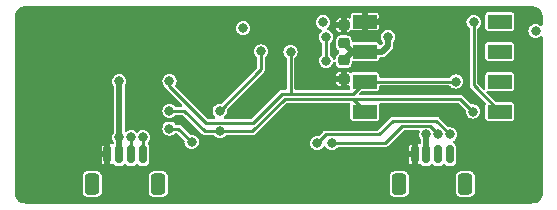
<source format=gbr>
%TF.GenerationSoftware,KiCad,Pcbnew,6.0.10-86aedd382b~118~ubuntu22.04.1*%
%TF.CreationDate,2023-03-06T18:26:28-08:00*%
%TF.ProjectId,pressure-qwiic-3,70726573-7375-4726-952d-71776969632d,rev?*%
%TF.SameCoordinates,Original*%
%TF.FileFunction,Copper,L1,Top*%
%TF.FilePolarity,Positive*%
%FSLAX46Y46*%
G04 Gerber Fmt 4.6, Leading zero omitted, Abs format (unit mm)*
G04 Created by KiCad (PCBNEW 6.0.10-86aedd382b~118~ubuntu22.04.1) date 2023-03-06 18:26:28*
%MOMM*%
%LPD*%
G01*
G04 APERTURE LIST*
G04 Aperture macros list*
%AMRoundRect*
0 Rectangle with rounded corners*
0 $1 Rounding radius*
0 $2 $3 $4 $5 $6 $7 $8 $9 X,Y pos of 4 corners*
0 Add a 4 corners polygon primitive as box body*
4,1,4,$2,$3,$4,$5,$6,$7,$8,$9,$2,$3,0*
0 Add four circle primitives for the rounded corners*
1,1,$1+$1,$2,$3*
1,1,$1+$1,$4,$5*
1,1,$1+$1,$6,$7*
1,1,$1+$1,$8,$9*
0 Add four rect primitives between the rounded corners*
20,1,$1+$1,$2,$3,$4,$5,0*
20,1,$1+$1,$4,$5,$6,$7,0*
20,1,$1+$1,$6,$7,$8,$9,0*
20,1,$1+$1,$8,$9,$2,$3,0*%
G04 Aperture macros list end*
%TA.AperFunction,SMDPad,CuDef*%
%ADD10RoundRect,0.150000X0.150000X0.625000X-0.150000X0.625000X-0.150000X-0.625000X0.150000X-0.625000X0*%
%TD*%
%TA.AperFunction,SMDPad,CuDef*%
%ADD11RoundRect,0.250000X0.350000X0.650000X-0.350000X0.650000X-0.350000X-0.650000X0.350000X-0.650000X0*%
%TD*%
%TA.AperFunction,SMDPad,CuDef*%
%ADD12R,2.032000X1.143000*%
%TD*%
%TA.AperFunction,SMDPad,CuDef*%
%ADD13RoundRect,0.225000X-0.250000X0.225000X-0.250000X-0.225000X0.250000X-0.225000X0.250000X0.225000X0*%
%TD*%
%TA.AperFunction,SMDPad,CuDef*%
%ADD14RoundRect,0.225000X0.250000X-0.225000X0.250000X0.225000X-0.250000X0.225000X-0.250000X-0.225000X0*%
%TD*%
%TA.AperFunction,ViaPad*%
%ADD15C,0.800000*%
%TD*%
%TA.AperFunction,Conductor*%
%ADD16C,0.500000*%
%TD*%
%TA.AperFunction,Conductor*%
%ADD17C,0.250000*%
%TD*%
G04 APERTURE END LIST*
D10*
%TO.P,J4,1,Pin_1*%
%TO.N,/SCL*%
X14500000Y-12675000D03*
%TO.P,J4,2,Pin_2*%
%TO.N,/SDA*%
X13500000Y-12675000D03*
%TO.P,J4,3,Pin_3*%
%TO.N,+3V3*%
X12500000Y-12675000D03*
%TO.P,J4,4,Pin_4*%
%TO.N,GND*%
X11500000Y-12675000D03*
D11*
%TO.P,J4,MP*%
%TO.N,N/C*%
X10200000Y-15200000D03*
X15800000Y-15200000D03*
%TD*%
D12*
%TO.P,U1,1,GND*%
%TO.N,GND*%
X7284000Y-1440000D03*
%TO.P,U1,2,VCC*%
%TO.N,+3V3*%
X7284000Y-3980000D03*
%TO.P,U1,3,MISO*%
%TO.N,/MISO*%
X7284000Y-6520000D03*
%TO.P,U1,4,SCLK*%
%TO.N,/SCLK*%
X7284000Y-9060000D03*
%TO.P,U1,5,SS*%
%TO.N,/!CS0*%
X18716000Y-9060000D03*
%TO.P,U1,6*%
%TO.N,N/C*%
X18716000Y-6520000D03*
%TO.P,U1,7*%
X18716000Y-3980000D03*
%TO.P,U1,8*%
X18716000Y-1440000D03*
%TD*%
D10*
%TO.P,J3,1,Pin_1*%
%TO.N,/SCL*%
X-11500000Y-12675000D03*
%TO.P,J3,2,Pin_2*%
%TO.N,/SDA*%
X-12500000Y-12675000D03*
%TO.P,J3,3,Pin_3*%
%TO.N,+3V3*%
X-13500000Y-12675000D03*
%TO.P,J3,4,Pin_4*%
%TO.N,GND*%
X-14500000Y-12675000D03*
D11*
%TO.P,J3,MP*%
%TO.N,N/C*%
X-15800000Y-15200000D03*
X-10200000Y-15200000D03*
%TD*%
D13*
%TO.P,C11,1*%
%TO.N,+3V3*%
X5500000Y-4725000D03*
%TO.P,C11,2*%
%TO.N,GND*%
X5500000Y-6275000D03*
%TD*%
D14*
%TO.P,C12,1*%
%TO.N,+3V3*%
X5500000Y-3275000D03*
%TO.P,C12,2*%
%TO.N,GND*%
X5500000Y-1725000D03*
%TD*%
D15*
%TO.N,+3V3*%
X3750000Y-1500000D03*
X12500000Y-11000000D03*
X21750000Y-2250000D03*
X-13500000Y-6500000D03*
X9250000Y-2750000D03*
X-13500000Y-11250000D03*
%TO.N,/!CS1*%
X4000000Y-2750000D03*
X4000000Y-4750000D03*
%TO.N,/MISO*%
X1000000Y-4000000D03*
X-9250000Y-6500000D03*
X15000000Y-6520000D03*
%TO.N,/SCLK*%
X-9250000Y-9000000D03*
X-1500000Y-3975000D03*
X-5000000Y-10724500D03*
X16440000Y-9060000D03*
X-5000000Y-9000000D03*
%TO.N,/!CS0*%
X16500000Y-1500000D03*
X-3000000Y-2000000D03*
X-3000000Y-2000000D03*
%TO.N,/SCL*%
X-11500000Y-11250000D03*
X14500000Y-11000000D03*
X3250000Y-11750000D03*
%TO.N,/SDA*%
X4500000Y-11750000D03*
X-7375000Y-11625000D03*
X-12500000Y-11250000D03*
X-9250000Y-10500000D03*
X13500000Y-11000000D03*
%TD*%
D16*
%TO.N,+3V3*%
X7284000Y-3980000D02*
X6205000Y-3980000D01*
X12500000Y-11000000D02*
X12500000Y-12675000D01*
X9250000Y-2750000D02*
X9250000Y-3500000D01*
X7284000Y-3980000D02*
X6245000Y-3980000D01*
X9250000Y-3500000D02*
X8770000Y-3980000D01*
X-13500000Y-11250000D02*
X-13500000Y-12675000D01*
X6205000Y-3980000D02*
X5500000Y-3275000D01*
X6245000Y-3980000D02*
X5500000Y-4725000D01*
X8770000Y-3980000D02*
X7284000Y-3980000D01*
X-13500000Y-6500000D02*
X-13500000Y-11250000D01*
D17*
%TO.N,/!CS1*%
X4000000Y-2750000D02*
X4000000Y-4750000D01*
%TO.N,/MISO*%
X7284000Y-6520000D02*
X6254000Y-7550000D01*
X313604Y-7550000D02*
X-2136396Y-10000000D01*
X15000000Y-6520000D02*
X7284000Y-6520000D01*
X-9250000Y-6931802D02*
X-9250000Y-6500000D01*
X-6181802Y-10000000D02*
X-9250000Y-6931802D01*
X-2136396Y-10000000D02*
X-6181802Y-10000000D01*
X6254000Y-7550000D02*
X1000000Y-7550000D01*
X1000000Y-7550000D02*
X313604Y-7550000D01*
X1000000Y-4000000D02*
X1000000Y-7550000D01*
%TO.N,/SCLK*%
X6250000Y-8000000D02*
X7284000Y-9034000D01*
X-5000000Y-9000000D02*
X-1500000Y-5500000D01*
X-2250000Y-10750000D02*
X500000Y-8000000D01*
X15380000Y-8000000D02*
X16440000Y-9060000D01*
X7284000Y-9034000D02*
X7284000Y-9060000D01*
X-1500000Y-5500000D02*
X-1500000Y-3975000D01*
X500000Y-8000000D02*
X6250000Y-8000000D01*
X-6275500Y-10724500D02*
X-8000000Y-9000000D01*
X-5000000Y-10724500D02*
X-6275500Y-10724500D01*
X6250000Y-8000000D02*
X15380000Y-8000000D01*
X-5000000Y-10724500D02*
X-4974500Y-10750000D01*
X-4974500Y-10750000D02*
X-2250000Y-10750000D01*
X-8000000Y-9000000D02*
X-9250000Y-9000000D01*
%TO.N,/!CS0*%
X16500000Y-1500000D02*
X16500000Y-6844000D01*
X16500000Y-6844000D02*
X18716000Y-9060000D01*
%TO.N,/SCL*%
X-11500000Y-11250000D02*
X-11500000Y-12675000D01*
X4000000Y-11000000D02*
X3250000Y-11750000D01*
X8500000Y-11000000D02*
X4000000Y-11000000D01*
X14500000Y-11000000D02*
X14500000Y-10974695D01*
X14500000Y-10974695D02*
X13350305Y-9825000D01*
X9675000Y-9825000D02*
X8500000Y-11000000D01*
X13350305Y-9825000D02*
X9675000Y-9825000D01*
%TO.N,/SDA*%
X13500000Y-10974695D02*
X12800305Y-10275000D01*
X10475000Y-10275000D02*
X9000000Y-11750000D01*
X12800305Y-10275000D02*
X10475000Y-10275000D01*
X9000000Y-11750000D02*
X4500000Y-11750000D01*
X-8500000Y-10500000D02*
X-9250000Y-10500000D01*
X13500000Y-11000000D02*
X13500000Y-10974695D01*
X-12500000Y-11250000D02*
X-12500000Y-12675000D01*
X-7375000Y-11625000D02*
X-8500000Y-10500000D01*
%TD*%
%TA.AperFunction,Conductor*%
%TO.N,GND*%
G36*
X21471315Y-151516D02*
G01*
X21483978Y-151516D01*
X21500000Y-155809D01*
X21514178Y-152010D01*
X21516478Y-152123D01*
X21653379Y-165607D01*
X21677596Y-170423D01*
X21813219Y-211563D01*
X21836033Y-221013D01*
X21961017Y-287820D01*
X21981549Y-301539D01*
X22019781Y-332916D01*
X22091094Y-391441D01*
X22108559Y-408906D01*
X22198459Y-518448D01*
X22212180Y-538983D01*
X22278985Y-663964D01*
X22278986Y-663965D01*
X22288437Y-686781D01*
X22329577Y-822404D01*
X22334393Y-846621D01*
X22341018Y-913878D01*
X22347877Y-983522D01*
X22347990Y-985822D01*
X22344191Y-1000000D01*
X22348484Y-1016022D01*
X22348484Y-1028685D01*
X22349500Y-1036402D01*
X22349500Y-1697595D01*
X22329498Y-1765716D01*
X22275842Y-1812209D01*
X22205568Y-1822313D01*
X22146796Y-1797558D01*
X22143737Y-1795211D01*
X22052841Y-1725464D01*
X21906762Y-1664956D01*
X21750000Y-1644318D01*
X21593238Y-1664956D01*
X21447159Y-1725464D01*
X21321718Y-1821718D01*
X21225464Y-1947159D01*
X21164956Y-2093238D01*
X21144318Y-2250000D01*
X21164956Y-2406762D01*
X21225464Y-2552841D01*
X21321718Y-2678282D01*
X21447159Y-2774536D01*
X21593238Y-2835044D01*
X21750000Y-2855682D01*
X21758188Y-2854604D01*
X21898574Y-2836122D01*
X21906762Y-2835044D01*
X22052841Y-2774536D01*
X22146796Y-2702442D01*
X22213017Y-2676842D01*
X22282565Y-2691107D01*
X22333361Y-2740708D01*
X22349500Y-2802405D01*
X22349500Y-15963598D01*
X22348484Y-15971315D01*
X22348484Y-15983978D01*
X22344191Y-16000000D01*
X22347990Y-16014178D01*
X22347877Y-16016478D01*
X22334394Y-16153376D01*
X22329577Y-16177596D01*
X22288438Y-16313216D01*
X22278987Y-16336033D01*
X22212184Y-16461012D01*
X22212182Y-16461015D01*
X22198459Y-16481552D01*
X22108559Y-16591094D01*
X22091094Y-16608559D01*
X22019781Y-16667084D01*
X21981549Y-16698461D01*
X21961017Y-16712180D01*
X21836033Y-16778987D01*
X21813219Y-16788437D01*
X21677596Y-16829577D01*
X21653379Y-16834393D01*
X21517012Y-16847824D01*
X21516478Y-16847877D01*
X21514178Y-16847990D01*
X21500000Y-16844191D01*
X21483978Y-16848484D01*
X21471315Y-16848484D01*
X21463598Y-16849500D01*
X-21463598Y-16849500D01*
X-21471315Y-16848484D01*
X-21483978Y-16848484D01*
X-21500000Y-16844191D01*
X-21514178Y-16847990D01*
X-21516478Y-16847877D01*
X-21517012Y-16847824D01*
X-21653379Y-16834393D01*
X-21677602Y-16829575D01*
X-21813216Y-16788437D01*
X-21836036Y-16778985D01*
X-21961012Y-16712184D01*
X-21981549Y-16698461D01*
X-22091094Y-16608560D01*
X-22108560Y-16591094D01*
X-22198461Y-16481549D01*
X-22212184Y-16461012D01*
X-22278985Y-16336036D01*
X-22288437Y-16313216D01*
X-22329575Y-16177602D01*
X-22334394Y-16153376D01*
X-22347877Y-16016478D01*
X-22347990Y-16014178D01*
X-22344191Y-16000000D01*
X-22348484Y-15983978D01*
X-22348484Y-15971315D01*
X-22349500Y-15963598D01*
X-22349500Y-15903834D01*
X-16600500Y-15903834D01*
X-16597519Y-15935369D01*
X-16552634Y-16063184D01*
X-16547042Y-16070754D01*
X-16547041Y-16070757D01*
X-16486017Y-16153376D01*
X-16472150Y-16172150D01*
X-16464579Y-16177742D01*
X-16370757Y-16247041D01*
X-16370754Y-16247042D01*
X-16363184Y-16252634D01*
X-16235369Y-16297519D01*
X-16227723Y-16298242D01*
X-16227722Y-16298242D01*
X-16221752Y-16298806D01*
X-16203834Y-16300500D01*
X-15396166Y-16300500D01*
X-15378248Y-16298806D01*
X-15372278Y-16298242D01*
X-15372277Y-16298242D01*
X-15364631Y-16297519D01*
X-15236816Y-16252634D01*
X-15229246Y-16247042D01*
X-15229243Y-16247041D01*
X-15135421Y-16177742D01*
X-15127850Y-16172150D01*
X-15113983Y-16153376D01*
X-15052959Y-16070757D01*
X-15052958Y-16070754D01*
X-15047366Y-16063184D01*
X-15002481Y-15935369D01*
X-14999500Y-15903834D01*
X-11000500Y-15903834D01*
X-10997519Y-15935369D01*
X-10952634Y-16063184D01*
X-10947042Y-16070754D01*
X-10947041Y-16070757D01*
X-10886017Y-16153376D01*
X-10872150Y-16172150D01*
X-10864579Y-16177742D01*
X-10770757Y-16247041D01*
X-10770754Y-16247042D01*
X-10763184Y-16252634D01*
X-10635369Y-16297519D01*
X-10627723Y-16298242D01*
X-10627722Y-16298242D01*
X-10621752Y-16298806D01*
X-10603834Y-16300500D01*
X-9796166Y-16300500D01*
X-9778248Y-16298806D01*
X-9772278Y-16298242D01*
X-9772277Y-16298242D01*
X-9764631Y-16297519D01*
X-9636816Y-16252634D01*
X-9629246Y-16247042D01*
X-9629243Y-16247041D01*
X-9535421Y-16177742D01*
X-9527850Y-16172150D01*
X-9513983Y-16153376D01*
X-9452959Y-16070757D01*
X-9452958Y-16070754D01*
X-9447366Y-16063184D01*
X-9402481Y-15935369D01*
X-9399500Y-15903834D01*
X9399500Y-15903834D01*
X9402481Y-15935369D01*
X9447366Y-16063184D01*
X9452958Y-16070754D01*
X9452959Y-16070757D01*
X9513983Y-16153376D01*
X9527850Y-16172150D01*
X9535421Y-16177742D01*
X9629243Y-16247041D01*
X9629246Y-16247042D01*
X9636816Y-16252634D01*
X9764631Y-16297519D01*
X9772277Y-16298242D01*
X9772278Y-16298242D01*
X9778248Y-16298806D01*
X9796166Y-16300500D01*
X10603834Y-16300500D01*
X10621752Y-16298806D01*
X10627722Y-16298242D01*
X10627723Y-16298242D01*
X10635369Y-16297519D01*
X10763184Y-16252634D01*
X10770754Y-16247042D01*
X10770757Y-16247041D01*
X10864579Y-16177742D01*
X10872150Y-16172150D01*
X10886017Y-16153376D01*
X10947041Y-16070757D01*
X10947042Y-16070754D01*
X10952634Y-16063184D01*
X10997519Y-15935369D01*
X11000500Y-15903834D01*
X14999500Y-15903834D01*
X15002481Y-15935369D01*
X15047366Y-16063184D01*
X15052958Y-16070754D01*
X15052959Y-16070757D01*
X15113983Y-16153376D01*
X15127850Y-16172150D01*
X15135421Y-16177742D01*
X15229243Y-16247041D01*
X15229246Y-16247042D01*
X15236816Y-16252634D01*
X15364631Y-16297519D01*
X15372277Y-16298242D01*
X15372278Y-16298242D01*
X15378248Y-16298806D01*
X15396166Y-16300500D01*
X16203834Y-16300500D01*
X16221752Y-16298806D01*
X16227722Y-16298242D01*
X16227723Y-16298242D01*
X16235369Y-16297519D01*
X16363184Y-16252634D01*
X16370754Y-16247042D01*
X16370757Y-16247041D01*
X16464579Y-16177742D01*
X16472150Y-16172150D01*
X16486017Y-16153376D01*
X16547041Y-16070757D01*
X16547042Y-16070754D01*
X16552634Y-16063184D01*
X16597519Y-15935369D01*
X16600500Y-15903834D01*
X16600500Y-14496166D01*
X16597519Y-14464631D01*
X16552634Y-14336816D01*
X16547042Y-14329246D01*
X16547041Y-14329243D01*
X16477742Y-14235421D01*
X16472150Y-14227850D01*
X16455206Y-14215335D01*
X16370757Y-14152959D01*
X16370754Y-14152958D01*
X16363184Y-14147366D01*
X16235369Y-14102481D01*
X16227723Y-14101758D01*
X16227722Y-14101758D01*
X16221752Y-14101194D01*
X16203834Y-14099500D01*
X15396166Y-14099500D01*
X15378248Y-14101194D01*
X15372278Y-14101758D01*
X15372277Y-14101758D01*
X15364631Y-14102481D01*
X15236816Y-14147366D01*
X15229246Y-14152958D01*
X15229243Y-14152959D01*
X15144794Y-14215335D01*
X15127850Y-14227850D01*
X15122258Y-14235421D01*
X15052959Y-14329243D01*
X15052958Y-14329246D01*
X15047366Y-14336816D01*
X15002481Y-14464631D01*
X14999500Y-14496166D01*
X14999500Y-15903834D01*
X11000500Y-15903834D01*
X11000500Y-14496166D01*
X10997519Y-14464631D01*
X10952634Y-14336816D01*
X10947042Y-14329246D01*
X10947041Y-14329243D01*
X10877742Y-14235421D01*
X10872150Y-14227850D01*
X10855206Y-14215335D01*
X10770757Y-14152959D01*
X10770754Y-14152958D01*
X10763184Y-14147366D01*
X10635369Y-14102481D01*
X10627723Y-14101758D01*
X10627722Y-14101758D01*
X10621752Y-14101194D01*
X10603834Y-14099500D01*
X9796166Y-14099500D01*
X9778248Y-14101194D01*
X9772278Y-14101758D01*
X9772277Y-14101758D01*
X9764631Y-14102481D01*
X9636816Y-14147366D01*
X9629246Y-14152958D01*
X9629243Y-14152959D01*
X9544794Y-14215335D01*
X9527850Y-14227850D01*
X9522258Y-14235421D01*
X9452959Y-14329243D01*
X9452958Y-14329246D01*
X9447366Y-14336816D01*
X9402481Y-14464631D01*
X9399500Y-14496166D01*
X9399500Y-15903834D01*
X-9399500Y-15903834D01*
X-9399500Y-14496166D01*
X-9402481Y-14464631D01*
X-9447366Y-14336816D01*
X-9452958Y-14329246D01*
X-9452959Y-14329243D01*
X-9522258Y-14235421D01*
X-9527850Y-14227850D01*
X-9544794Y-14215335D01*
X-9629243Y-14152959D01*
X-9629246Y-14152958D01*
X-9636816Y-14147366D01*
X-9764631Y-14102481D01*
X-9772277Y-14101758D01*
X-9772278Y-14101758D01*
X-9778248Y-14101194D01*
X-9796166Y-14099500D01*
X-10603834Y-14099500D01*
X-10621752Y-14101194D01*
X-10627722Y-14101758D01*
X-10627723Y-14101758D01*
X-10635369Y-14102481D01*
X-10763184Y-14147366D01*
X-10770754Y-14152958D01*
X-10770757Y-14152959D01*
X-10855206Y-14215335D01*
X-10872150Y-14227850D01*
X-10877742Y-14235421D01*
X-10947041Y-14329243D01*
X-10947042Y-14329246D01*
X-10952634Y-14336816D01*
X-10997519Y-14464631D01*
X-11000500Y-14496166D01*
X-11000500Y-15903834D01*
X-14999500Y-15903834D01*
X-14999500Y-14496166D01*
X-15002481Y-14464631D01*
X-15047366Y-14336816D01*
X-15052958Y-14329246D01*
X-15052959Y-14329243D01*
X-15122258Y-14235421D01*
X-15127850Y-14227850D01*
X-15144794Y-14215335D01*
X-15229243Y-14152959D01*
X-15229246Y-14152958D01*
X-15236816Y-14147366D01*
X-15364631Y-14102481D01*
X-15372277Y-14101758D01*
X-15372278Y-14101758D01*
X-15378248Y-14101194D01*
X-15396166Y-14099500D01*
X-16203834Y-14099500D01*
X-16221752Y-14101194D01*
X-16227722Y-14101758D01*
X-16227723Y-14101758D01*
X-16235369Y-14102481D01*
X-16363184Y-14147366D01*
X-16370754Y-14152958D01*
X-16370757Y-14152959D01*
X-16455206Y-14215335D01*
X-16472150Y-14227850D01*
X-16477742Y-14235421D01*
X-16547041Y-14329243D01*
X-16547042Y-14329246D01*
X-16552634Y-14336816D01*
X-16597519Y-14464631D01*
X-16600500Y-14496166D01*
X-16600500Y-15903834D01*
X-22349500Y-15903834D01*
X-22349500Y-13340840D01*
X-14950000Y-13340840D01*
X-14949558Y-13348286D01*
X-14948006Y-13361336D01*
X-14943048Y-13379374D01*
X-14906245Y-13462231D01*
X-14893287Y-13481085D01*
X-14830658Y-13543604D01*
X-14811787Y-13556526D01*
X-14770570Y-13574747D01*
X-14756587Y-13576585D01*
X-14754000Y-13572449D01*
X-14754000Y-13563995D01*
X-14246000Y-13563995D01*
X-14242027Y-13577526D01*
X-14237232Y-13578215D01*
X-14187766Y-13556243D01*
X-14168917Y-13543288D01*
X-14123629Y-13497922D01*
X-14061346Y-13463843D01*
X-13990526Y-13468846D01*
X-13939748Y-13507673D01*
X-13938932Y-13506855D01*
X-13931559Y-13514215D01*
X-13870921Y-13574747D01*
X-13856350Y-13589293D01*
X-13751518Y-13640536D01*
X-13721027Y-13644984D01*
X-13687744Y-13649840D01*
X-13687740Y-13649840D01*
X-13683218Y-13650500D01*
X-13316782Y-13650500D01*
X-13312232Y-13649830D01*
X-13312229Y-13649830D01*
X-13257574Y-13641784D01*
X-13257573Y-13641784D01*
X-13247888Y-13640358D01*
X-13153196Y-13593867D01*
X-13152493Y-13593522D01*
X-13152491Y-13593521D01*
X-13143145Y-13588932D01*
X-13117770Y-13563513D01*
X-13089196Y-13534889D01*
X-13026913Y-13500810D01*
X-12956093Y-13505813D01*
X-12911006Y-13534733D01*
X-12864095Y-13581562D01*
X-12856350Y-13589293D01*
X-12751518Y-13640536D01*
X-12721027Y-13644984D01*
X-12687744Y-13649840D01*
X-12687740Y-13649840D01*
X-12683218Y-13650500D01*
X-12316782Y-13650500D01*
X-12312232Y-13649830D01*
X-12312229Y-13649830D01*
X-12257574Y-13641784D01*
X-12257573Y-13641784D01*
X-12247888Y-13640358D01*
X-12153196Y-13593867D01*
X-12152493Y-13593522D01*
X-12152491Y-13593521D01*
X-12143145Y-13588932D01*
X-12117770Y-13563513D01*
X-12089196Y-13534889D01*
X-12026913Y-13500810D01*
X-11956093Y-13505813D01*
X-11911006Y-13534733D01*
X-11864095Y-13581562D01*
X-11856350Y-13589293D01*
X-11751518Y-13640536D01*
X-11721027Y-13644984D01*
X-11687744Y-13649840D01*
X-11687740Y-13649840D01*
X-11683218Y-13650500D01*
X-11316782Y-13650500D01*
X-11312232Y-13649830D01*
X-11312229Y-13649830D01*
X-11257574Y-13641784D01*
X-11257573Y-13641784D01*
X-11247888Y-13640358D01*
X-11153196Y-13593867D01*
X-11152493Y-13593522D01*
X-11152491Y-13593521D01*
X-11143145Y-13588932D01*
X-11089196Y-13534889D01*
X-11068065Y-13513721D01*
X-11068065Y-13513720D01*
X-11060707Y-13506350D01*
X-11009464Y-13401518D01*
X-11000612Y-13340840D01*
X11050000Y-13340840D01*
X11050442Y-13348286D01*
X11051994Y-13361336D01*
X11056952Y-13379374D01*
X11093755Y-13462231D01*
X11106713Y-13481085D01*
X11169342Y-13543604D01*
X11188213Y-13556526D01*
X11229430Y-13574747D01*
X11243413Y-13576585D01*
X11246000Y-13572449D01*
X11246000Y-12947115D01*
X11241525Y-12931876D01*
X11240135Y-12930671D01*
X11232452Y-12929000D01*
X11068115Y-12929000D01*
X11052876Y-12933475D01*
X11051671Y-12934865D01*
X11050000Y-12942548D01*
X11050000Y-13340840D01*
X-11000612Y-13340840D01*
X-10999500Y-13333218D01*
X-10999500Y-12402885D01*
X11050000Y-12402885D01*
X11054475Y-12418124D01*
X11055865Y-12419329D01*
X11063548Y-12421000D01*
X11227885Y-12421000D01*
X11243124Y-12416525D01*
X11244329Y-12415135D01*
X11246000Y-12407452D01*
X11246000Y-11786005D01*
X11242027Y-11772474D01*
X11237232Y-11771785D01*
X11187766Y-11793757D01*
X11168917Y-11806711D01*
X11106396Y-11869342D01*
X11093475Y-11888212D01*
X11056820Y-11971125D01*
X11051892Y-11989202D01*
X11050424Y-12001787D01*
X11050000Y-12009088D01*
X11050000Y-12402885D01*
X-10999500Y-12402885D01*
X-10999500Y-12016782D01*
X-11000632Y-12009088D01*
X-11008216Y-11957574D01*
X-11008216Y-11957573D01*
X-11009642Y-11947888D01*
X-11061068Y-11843145D01*
X-11068438Y-11835788D01*
X-11073984Y-11828041D01*
X-11097374Y-11761008D01*
X-11080810Y-11691971D01*
X-11071495Y-11677991D01*
X-11037116Y-11633188D01*
X-10975464Y-11552841D01*
X-10914956Y-11406762D01*
X-10894318Y-11250000D01*
X-10907979Y-11146236D01*
X-10913878Y-11101426D01*
X-10914956Y-11093238D01*
X-10975464Y-10947159D01*
X-11071718Y-10821718D01*
X-11197159Y-10725464D01*
X-11343238Y-10664956D01*
X-11500000Y-10644318D01*
X-11656762Y-10664956D01*
X-11802841Y-10725464D01*
X-11841659Y-10755250D01*
X-11923296Y-10817892D01*
X-11989517Y-10843492D01*
X-12059065Y-10829227D01*
X-12076704Y-10817892D01*
X-12158341Y-10755250D01*
X-12197159Y-10725464D01*
X-12343238Y-10664956D01*
X-12500000Y-10644318D01*
X-12656762Y-10664956D01*
X-12802841Y-10725464D01*
X-12809392Y-10730491D01*
X-12809397Y-10730494D01*
X-12846796Y-10759191D01*
X-12913016Y-10784792D01*
X-12982565Y-10770527D01*
X-13033361Y-10720926D01*
X-13049500Y-10659229D01*
X-13049500Y-10500000D01*
X-9855682Y-10500000D01*
X-9835044Y-10656762D01*
X-9774536Y-10802841D01*
X-9726095Y-10865971D01*
X-9683306Y-10921734D01*
X-9678282Y-10928282D01*
X-9671736Y-10933305D01*
X-9643737Y-10954789D01*
X-9552841Y-11024536D01*
X-9406762Y-11085044D01*
X-9250000Y-11105682D01*
X-9241812Y-11104604D01*
X-9101426Y-11086122D01*
X-9093238Y-11085044D01*
X-8947159Y-11024536D01*
X-8856263Y-10954789D01*
X-8828264Y-10933305D01*
X-8821718Y-10928282D01*
X-8816695Y-10921736D01*
X-8816693Y-10921734D01*
X-8783414Y-10878363D01*
X-8726077Y-10836495D01*
X-8655206Y-10832273D01*
X-8594355Y-10865971D01*
X-8007708Y-11452619D01*
X-7973683Y-11514931D01*
X-7971882Y-11558158D01*
X-7980682Y-11625000D01*
X-7979604Y-11633188D01*
X-7961357Y-11771785D01*
X-7960044Y-11781762D01*
X-7899536Y-11927841D01*
X-7803282Y-12053282D01*
X-7677841Y-12149536D01*
X-7531762Y-12210044D01*
X-7375000Y-12230682D01*
X-7366812Y-12229604D01*
X-7226426Y-12211122D01*
X-7218238Y-12210044D01*
X-7072159Y-12149536D01*
X-6946718Y-12053282D01*
X-6850464Y-11927841D01*
X-6789956Y-11781762D01*
X-6788642Y-11771785D01*
X-6785774Y-11750000D01*
X2644318Y-11750000D01*
X2645396Y-11758188D01*
X2655595Y-11835654D01*
X2664956Y-11906762D01*
X2725464Y-12052841D01*
X2821718Y-12178282D01*
X2947159Y-12274536D01*
X3093238Y-12335044D01*
X3250000Y-12355682D01*
X3258188Y-12354604D01*
X3398574Y-12336122D01*
X3406762Y-12335044D01*
X3552841Y-12274536D01*
X3678282Y-12178282D01*
X3774536Y-12052841D01*
X3777201Y-12054886D01*
X3817250Y-12016691D01*
X3886962Y-12003246D01*
X3952876Y-12029625D01*
X3973980Y-12053980D01*
X3975464Y-12052841D01*
X4071718Y-12178282D01*
X4197159Y-12274536D01*
X4343238Y-12335044D01*
X4500000Y-12355682D01*
X4508188Y-12354604D01*
X4648574Y-12336122D01*
X4656762Y-12335044D01*
X4802841Y-12274536D01*
X4928282Y-12178282D01*
X4950340Y-12149536D01*
X4969323Y-12124796D01*
X5026661Y-12082929D01*
X5069286Y-12075500D01*
X8980290Y-12075500D01*
X8991272Y-12075980D01*
X9017820Y-12078303D01*
X9017822Y-12078303D01*
X9028807Y-12079264D01*
X9065215Y-12069508D01*
X9075942Y-12067130D01*
X9079301Y-12066538D01*
X9113045Y-12060588D01*
X9122590Y-12055077D01*
X9125866Y-12053885D01*
X9129034Y-12052408D01*
X9139684Y-12049554D01*
X9170544Y-12027945D01*
X9179815Y-12022039D01*
X9202906Y-12008707D01*
X9212455Y-12003194D01*
X9236685Y-11974317D01*
X9244111Y-11966215D01*
X10572921Y-10637405D01*
X10635233Y-10603379D01*
X10662016Y-10600500D01*
X11826929Y-10600500D01*
X11895050Y-10620502D01*
X11941543Y-10674158D01*
X11951647Y-10744432D01*
X11943338Y-10774718D01*
X11914956Y-10843238D01*
X11894318Y-11000000D01*
X11914956Y-11156762D01*
X11975464Y-11302841D01*
X12000000Y-11334817D01*
X12023463Y-11365395D01*
X12049063Y-11431616D01*
X12049500Y-11442099D01*
X12049500Y-11721040D01*
X12029498Y-11789161D01*
X11975842Y-11835654D01*
X11905568Y-11845758D01*
X11840988Y-11816264D01*
X11834482Y-11810213D01*
X11830658Y-11806396D01*
X11811787Y-11793474D01*
X11770570Y-11775253D01*
X11756587Y-11773415D01*
X11754000Y-11777551D01*
X11754000Y-13563995D01*
X11757973Y-13577526D01*
X11762768Y-13578215D01*
X11812234Y-13556243D01*
X11831083Y-13543288D01*
X11876371Y-13497922D01*
X11938654Y-13463843D01*
X12009474Y-13468846D01*
X12060252Y-13507673D01*
X12061068Y-13506855D01*
X12068441Y-13514215D01*
X12129079Y-13574747D01*
X12143650Y-13589293D01*
X12248482Y-13640536D01*
X12278973Y-13644984D01*
X12312256Y-13649840D01*
X12312260Y-13649840D01*
X12316782Y-13650500D01*
X12683218Y-13650500D01*
X12687768Y-13649830D01*
X12687771Y-13649830D01*
X12742426Y-13641784D01*
X12742427Y-13641784D01*
X12752112Y-13640358D01*
X12846804Y-13593867D01*
X12847507Y-13593522D01*
X12847509Y-13593521D01*
X12856855Y-13588932D01*
X12882230Y-13563513D01*
X12910804Y-13534889D01*
X12973087Y-13500810D01*
X13043907Y-13505813D01*
X13088994Y-13534733D01*
X13135905Y-13581562D01*
X13143650Y-13589293D01*
X13248482Y-13640536D01*
X13278973Y-13644984D01*
X13312256Y-13649840D01*
X13312260Y-13649840D01*
X13316782Y-13650500D01*
X13683218Y-13650500D01*
X13687768Y-13649830D01*
X13687771Y-13649830D01*
X13742426Y-13641784D01*
X13742427Y-13641784D01*
X13752112Y-13640358D01*
X13846804Y-13593867D01*
X13847507Y-13593522D01*
X13847509Y-13593521D01*
X13856855Y-13588932D01*
X13882230Y-13563513D01*
X13910804Y-13534889D01*
X13973087Y-13500810D01*
X14043907Y-13505813D01*
X14088994Y-13534733D01*
X14135905Y-13581562D01*
X14143650Y-13589293D01*
X14248482Y-13640536D01*
X14278973Y-13644984D01*
X14312256Y-13649840D01*
X14312260Y-13649840D01*
X14316782Y-13650500D01*
X14683218Y-13650500D01*
X14687768Y-13649830D01*
X14687771Y-13649830D01*
X14742426Y-13641784D01*
X14742427Y-13641784D01*
X14752112Y-13640358D01*
X14846804Y-13593867D01*
X14847507Y-13593522D01*
X14847509Y-13593521D01*
X14856855Y-13588932D01*
X14910804Y-13534889D01*
X14931935Y-13513721D01*
X14931935Y-13513720D01*
X14939293Y-13506350D01*
X14990536Y-13401518D01*
X15000500Y-13333218D01*
X15000500Y-12016782D01*
X14999368Y-12009088D01*
X14991784Y-11957574D01*
X14991784Y-11957573D01*
X14990358Y-11947888D01*
X14950500Y-11866706D01*
X14943522Y-11852493D01*
X14943521Y-11852491D01*
X14938932Y-11843145D01*
X14877442Y-11781762D01*
X14863721Y-11768065D01*
X14863720Y-11768065D01*
X14856350Y-11760707D01*
X14817364Y-11741650D01*
X14764949Y-11693765D01*
X14746742Y-11625142D01*
X14768526Y-11557570D01*
X14803364Y-11525217D01*
X14802841Y-11524536D01*
X14921736Y-11433305D01*
X14928282Y-11428282D01*
X15024536Y-11302841D01*
X15085044Y-11156762D01*
X15105682Y-11000000D01*
X15085044Y-10843238D01*
X15024536Y-10697159D01*
X14928282Y-10571718D01*
X14802841Y-10475464D01*
X14656762Y-10414956D01*
X14500000Y-10394318D01*
X14455520Y-10400174D01*
X14385373Y-10389235D01*
X14349980Y-10364348D01*
X13594410Y-9608779D01*
X13586983Y-9600674D01*
X13576093Y-9587696D01*
X13562760Y-9571806D01*
X13553211Y-9566293D01*
X13530120Y-9552961D01*
X13520849Y-9547055D01*
X13499020Y-9531770D01*
X13489989Y-9525446D01*
X13479339Y-9522592D01*
X13476171Y-9521115D01*
X13472895Y-9519923D01*
X13463350Y-9514412D01*
X13429606Y-9508462D01*
X13426247Y-9507870D01*
X13415520Y-9505492D01*
X13379112Y-9495736D01*
X13368127Y-9496697D01*
X13368125Y-9496697D01*
X13341577Y-9499020D01*
X13330595Y-9499500D01*
X9694710Y-9499500D01*
X9683728Y-9499020D01*
X9657180Y-9496697D01*
X9657178Y-9496697D01*
X9646193Y-9495736D01*
X9609785Y-9505492D01*
X9599058Y-9507870D01*
X9595699Y-9508462D01*
X9561955Y-9514412D01*
X9552410Y-9519923D01*
X9549134Y-9521115D01*
X9545966Y-9522592D01*
X9535316Y-9525446D01*
X9526285Y-9531770D01*
X9504456Y-9547055D01*
X9495185Y-9552961D01*
X9472094Y-9566293D01*
X9462545Y-9571806D01*
X9449212Y-9587696D01*
X9438315Y-9600682D01*
X9430889Y-9608785D01*
X8402079Y-10637595D01*
X8339767Y-10671621D01*
X8312984Y-10674500D01*
X4019713Y-10674500D01*
X4008732Y-10674021D01*
X3982170Y-10671697D01*
X3982168Y-10671697D01*
X3971193Y-10670737D01*
X3934783Y-10680492D01*
X3924076Y-10682866D01*
X3886955Y-10689412D01*
X3877411Y-10694922D01*
X3874135Y-10696114D01*
X3870964Y-10697593D01*
X3860316Y-10700446D01*
X3851287Y-10706768D01*
X3829449Y-10722059D01*
X3820179Y-10727964D01*
X3797092Y-10741293D01*
X3797088Y-10741296D01*
X3787545Y-10746806D01*
X3780460Y-10755250D01*
X3763320Y-10775676D01*
X3755894Y-10783779D01*
X3422382Y-11117291D01*
X3360070Y-11151317D01*
X3316842Y-11153118D01*
X3250000Y-11144318D01*
X3217672Y-11148574D01*
X3147556Y-11157805D01*
X3093238Y-11164956D01*
X2947159Y-11225464D01*
X2904512Y-11258188D01*
X2837584Y-11309544D01*
X2821718Y-11321718D01*
X2816695Y-11328264D01*
X2815928Y-11329264D01*
X2725464Y-11447159D01*
X2664956Y-11593238D01*
X2663878Y-11601426D01*
X2658740Y-11640450D01*
X2644318Y-11750000D01*
X-6785774Y-11750000D01*
X-6770396Y-11633188D01*
X-6769318Y-11625000D01*
X-6789956Y-11468238D01*
X-6850464Y-11322159D01*
X-6946718Y-11196718D01*
X-7072159Y-11100464D01*
X-7218238Y-11039956D01*
X-7240683Y-11037001D01*
X-7366812Y-11020396D01*
X-7375000Y-11019318D01*
X-7441841Y-11028118D01*
X-7511988Y-11017179D01*
X-7547381Y-10992292D01*
X-8255895Y-10283779D01*
X-8263322Y-10275674D01*
X-8280459Y-10255251D01*
X-8280458Y-10255251D01*
X-8287545Y-10246806D01*
X-8297094Y-10241293D01*
X-8320185Y-10227961D01*
X-8329456Y-10222055D01*
X-8351285Y-10206770D01*
X-8360316Y-10200446D01*
X-8370966Y-10197592D01*
X-8374134Y-10196115D01*
X-8377410Y-10194923D01*
X-8386955Y-10189412D01*
X-8420699Y-10183462D01*
X-8424058Y-10182870D01*
X-8434785Y-10180492D01*
X-8471193Y-10170736D01*
X-8482178Y-10171697D01*
X-8482180Y-10171697D01*
X-8508728Y-10174020D01*
X-8519710Y-10174500D01*
X-8680714Y-10174500D01*
X-8748835Y-10154498D01*
X-8780677Y-10125204D01*
X-8816695Y-10078264D01*
X-8821718Y-10071718D01*
X-8947159Y-9975464D01*
X-9093238Y-9914956D01*
X-9250000Y-9894318D01*
X-9406762Y-9914956D01*
X-9552841Y-9975464D01*
X-9678282Y-10071718D01*
X-9774536Y-10197159D01*
X-9835044Y-10343238D01*
X-9855682Y-10500000D01*
X-13049500Y-10500000D01*
X-13049500Y-9000000D01*
X-9855682Y-9000000D01*
X-9835044Y-9156762D01*
X-9774536Y-9302841D01*
X-9678282Y-9428282D01*
X-9552841Y-9524536D01*
X-9406762Y-9585044D01*
X-9250000Y-9605682D01*
X-9241812Y-9604604D01*
X-9213236Y-9600842D01*
X-9093238Y-9585044D01*
X-8947159Y-9524536D01*
X-8821718Y-9428282D01*
X-8780677Y-9374796D01*
X-8723339Y-9332929D01*
X-8680714Y-9325500D01*
X-8187016Y-9325500D01*
X-8118895Y-9345502D01*
X-8097921Y-9362405D01*
X-7305829Y-10154498D01*
X-6519605Y-10940722D01*
X-6512179Y-10948825D01*
X-6487955Y-10977694D01*
X-6478412Y-10983204D01*
X-6478408Y-10983207D01*
X-6455321Y-10996536D01*
X-6446052Y-11002440D01*
X-6415184Y-11024054D01*
X-6404536Y-11026907D01*
X-6401365Y-11028386D01*
X-6398089Y-11029578D01*
X-6388545Y-11035088D01*
X-6351424Y-11041634D01*
X-6340717Y-11044008D01*
X-6304307Y-11053763D01*
X-6293332Y-11052803D01*
X-6293330Y-11052803D01*
X-6266769Y-11050479D01*
X-6255788Y-11050000D01*
X-5569286Y-11050000D01*
X-5501165Y-11070002D01*
X-5469323Y-11099296D01*
X-5433949Y-11145396D01*
X-5428282Y-11152782D01*
X-5421736Y-11157805D01*
X-5408298Y-11168116D01*
X-5302841Y-11249036D01*
X-5156762Y-11309544D01*
X-5148574Y-11310622D01*
X-5091886Y-11318085D01*
X-5000000Y-11330182D01*
X-4991812Y-11329104D01*
X-4985431Y-11328264D01*
X-4908114Y-11318085D01*
X-4851426Y-11310622D01*
X-4843238Y-11309544D01*
X-4697159Y-11249036D01*
X-4628977Y-11196718D01*
X-4578269Y-11157809D01*
X-4578268Y-11157808D01*
X-4571718Y-11152782D01*
X-4550244Y-11124797D01*
X-4492908Y-11082929D01*
X-4450282Y-11075500D01*
X-2269710Y-11075500D01*
X-2258728Y-11075980D01*
X-2232180Y-11078303D01*
X-2232178Y-11078303D01*
X-2221193Y-11079264D01*
X-2184785Y-11069508D01*
X-2174058Y-11067130D01*
X-2170699Y-11066538D01*
X-2136955Y-11060588D01*
X-2127410Y-11055077D01*
X-2124134Y-11053885D01*
X-2120966Y-11052408D01*
X-2110316Y-11049554D01*
X-2079456Y-11027945D01*
X-2070185Y-11022039D01*
X-2047094Y-11008707D01*
X-2037545Y-11003194D01*
X-2013315Y-10974317D01*
X-2005889Y-10966215D01*
X597922Y-8362405D01*
X660234Y-8328379D01*
X687017Y-8325500D01*
X5943199Y-8325500D01*
X6011320Y-8345502D01*
X6057813Y-8399158D01*
X6068539Y-8463530D01*
X6067500Y-8468752D01*
X6067500Y-9651248D01*
X6079133Y-9709731D01*
X6123448Y-9776052D01*
X6189769Y-9820367D01*
X6201938Y-9822788D01*
X6201939Y-9822788D01*
X6242184Y-9830793D01*
X6248252Y-9832000D01*
X8319748Y-9832000D01*
X8325816Y-9830793D01*
X8366061Y-9822788D01*
X8366062Y-9822788D01*
X8378231Y-9820367D01*
X8444552Y-9776052D01*
X8488867Y-9709731D01*
X8500500Y-9651248D01*
X8500500Y-8468752D01*
X8499465Y-8463549D01*
X8512637Y-8394096D01*
X8561478Y-8342568D01*
X8624801Y-8325500D01*
X15192983Y-8325500D01*
X15261104Y-8345502D01*
X15282079Y-8362405D01*
X15807292Y-8887619D01*
X15841317Y-8949931D01*
X15843118Y-8993158D01*
X15834318Y-9060000D01*
X15854956Y-9216762D01*
X15915464Y-9362841D01*
X16011718Y-9488282D01*
X16137159Y-9584536D01*
X16283238Y-9645044D01*
X16440000Y-9665682D01*
X16448188Y-9664604D01*
X16588574Y-9646122D01*
X16596762Y-9645044D01*
X16742841Y-9584536D01*
X16868282Y-9488282D01*
X16964536Y-9362841D01*
X17025044Y-9216762D01*
X17045682Y-9060000D01*
X17025044Y-8903238D01*
X16964536Y-8757159D01*
X16868282Y-8631718D01*
X16742841Y-8535464D01*
X16596762Y-8474956D01*
X16440000Y-8454318D01*
X16373159Y-8463118D01*
X16303012Y-8452179D01*
X16267619Y-8427292D01*
X15624105Y-7783779D01*
X15616678Y-7775674D01*
X15599541Y-7755251D01*
X15599542Y-7755251D01*
X15592455Y-7746806D01*
X15582906Y-7741293D01*
X15559815Y-7727961D01*
X15550544Y-7722055D01*
X15528715Y-7706770D01*
X15519684Y-7700446D01*
X15509034Y-7697592D01*
X15505866Y-7696115D01*
X15502590Y-7694923D01*
X15493045Y-7689412D01*
X15459301Y-7683462D01*
X15455942Y-7682870D01*
X15445215Y-7680492D01*
X15408807Y-7670736D01*
X15397822Y-7671697D01*
X15397820Y-7671697D01*
X15371272Y-7674020D01*
X15360290Y-7674500D01*
X6894016Y-7674500D01*
X6825895Y-7654498D01*
X6779402Y-7600842D01*
X6769298Y-7530568D01*
X6798792Y-7465988D01*
X6804921Y-7459405D01*
X6935421Y-7328905D01*
X6997733Y-7294879D01*
X7024516Y-7292000D01*
X8319748Y-7292000D01*
X8325816Y-7290793D01*
X8366061Y-7282788D01*
X8366062Y-7282788D01*
X8378231Y-7280367D01*
X8444552Y-7236052D01*
X8488867Y-7169731D01*
X8500500Y-7111248D01*
X8500500Y-6971500D01*
X8520502Y-6903379D01*
X8574158Y-6856886D01*
X8626500Y-6845500D01*
X14430714Y-6845500D01*
X14498835Y-6865502D01*
X14530677Y-6894796D01*
X14556372Y-6928282D01*
X14571718Y-6948282D01*
X14697159Y-7044536D01*
X14843238Y-7105044D01*
X14851426Y-7106122D01*
X14890362Y-7111248D01*
X15000000Y-7125682D01*
X15008188Y-7124604D01*
X15148574Y-7106122D01*
X15156762Y-7105044D01*
X15302841Y-7044536D01*
X15428282Y-6948282D01*
X15443629Y-6928282D01*
X15484513Y-6875000D01*
X15524536Y-6822841D01*
X15585044Y-6676762D01*
X15605682Y-6520000D01*
X15585044Y-6363238D01*
X15524536Y-6217159D01*
X15428282Y-6091718D01*
X15302841Y-5995464D01*
X15156762Y-5934956D01*
X15000000Y-5914318D01*
X14843238Y-5934956D01*
X14697159Y-5995464D01*
X14571718Y-6091718D01*
X14566695Y-6098264D01*
X14530677Y-6145204D01*
X14473339Y-6187071D01*
X14430714Y-6194500D01*
X8626500Y-6194500D01*
X8558379Y-6174498D01*
X8511886Y-6120842D01*
X8500500Y-6068500D01*
X8500500Y-5928752D01*
X8488867Y-5870269D01*
X8444552Y-5803948D01*
X8378231Y-5759633D01*
X8366062Y-5757212D01*
X8366061Y-5757212D01*
X8325816Y-5749207D01*
X8319748Y-5748000D01*
X6248252Y-5748000D01*
X6242184Y-5749207D01*
X6201939Y-5757212D01*
X6201938Y-5757212D01*
X6189769Y-5759633D01*
X6179455Y-5766525D01*
X6179452Y-5766526D01*
X6155978Y-5782212D01*
X6088225Y-5803428D01*
X6019758Y-5784646D01*
X5996955Y-5766620D01*
X5978145Y-5747842D01*
X5961418Y-5735911D01*
X5867402Y-5689956D01*
X5848935Y-5684248D01*
X5790069Y-5675660D01*
X5780969Y-5675000D01*
X5772115Y-5675000D01*
X5756876Y-5679475D01*
X5755671Y-5680865D01*
X5754000Y-5688548D01*
X5754000Y-6856885D01*
X5758475Y-6872124D01*
X5759865Y-6873329D01*
X5767548Y-6875000D01*
X5780936Y-6875000D01*
X5790097Y-6874330D01*
X5849565Y-6865576D01*
X5868037Y-6859836D01*
X5885970Y-6851031D01*
X5955934Y-6838964D01*
X6021315Y-6866638D01*
X6061355Y-6925267D01*
X6067500Y-6964135D01*
X6067500Y-7098500D01*
X6047498Y-7166621D01*
X5993842Y-7213114D01*
X5941500Y-7224500D01*
X1451500Y-7224500D01*
X1383379Y-7204498D01*
X1336886Y-7150842D01*
X1325500Y-7098500D01*
X1325500Y-6539625D01*
X4875636Y-6539625D01*
X4875670Y-6540097D01*
X4884424Y-6599565D01*
X4890165Y-6618039D01*
X4936281Y-6711966D01*
X4948241Y-6728671D01*
X5021855Y-6802157D01*
X5038582Y-6814089D01*
X5132598Y-6860044D01*
X5151065Y-6865752D01*
X5209931Y-6874340D01*
X5219031Y-6875000D01*
X5227885Y-6875000D01*
X5243124Y-6870525D01*
X5244329Y-6869135D01*
X5246000Y-6861452D01*
X5246000Y-6547115D01*
X5241525Y-6531876D01*
X5240135Y-6530671D01*
X5232452Y-6529000D01*
X4893115Y-6529000D01*
X4877876Y-6533475D01*
X4876671Y-6534865D01*
X4875636Y-6539625D01*
X1325500Y-6539625D01*
X1325500Y-6006726D01*
X4876128Y-6006726D01*
X4879475Y-6018124D01*
X4880865Y-6019329D01*
X4888548Y-6021000D01*
X5227885Y-6021000D01*
X5243124Y-6016525D01*
X5244329Y-6015135D01*
X5246000Y-6007452D01*
X5246000Y-5693115D01*
X5241525Y-5677876D01*
X5240135Y-5676671D01*
X5232452Y-5675000D01*
X5219064Y-5675000D01*
X5209903Y-5675670D01*
X5150435Y-5684424D01*
X5131961Y-5690165D01*
X5038034Y-5736281D01*
X5021329Y-5748241D01*
X4947843Y-5821855D01*
X4935911Y-5838582D01*
X4889956Y-5932598D01*
X4884248Y-5951065D01*
X4876128Y-6006726D01*
X1325500Y-6006726D01*
X1325500Y-4569286D01*
X1345502Y-4501165D01*
X1374796Y-4469323D01*
X1421736Y-4433305D01*
X1428282Y-4428282D01*
X1524536Y-4302841D01*
X1585044Y-4156762D01*
X1605682Y-4000000D01*
X1585044Y-3843238D01*
X1524536Y-3697159D01*
X1428282Y-3571718D01*
X1302841Y-3475464D01*
X1156762Y-3414956D01*
X1000000Y-3394318D01*
X843238Y-3414956D01*
X697159Y-3475464D01*
X571718Y-3571718D01*
X475464Y-3697159D01*
X414956Y-3843238D01*
X394318Y-4000000D01*
X414956Y-4156762D01*
X475464Y-4302841D01*
X571718Y-4428282D01*
X578264Y-4433305D01*
X625204Y-4469323D01*
X667071Y-4526661D01*
X674500Y-4569286D01*
X674500Y-7098500D01*
X654498Y-7166621D01*
X600842Y-7213114D01*
X548500Y-7224500D01*
X333317Y-7224500D01*
X322336Y-7224021D01*
X295774Y-7221697D01*
X295772Y-7221697D01*
X284797Y-7220737D01*
X248387Y-7230492D01*
X237680Y-7232866D01*
X200559Y-7239412D01*
X191015Y-7244922D01*
X187739Y-7246114D01*
X184568Y-7247593D01*
X173920Y-7250446D01*
X164891Y-7256768D01*
X143053Y-7272059D01*
X133783Y-7277964D01*
X110696Y-7291293D01*
X110692Y-7291296D01*
X101149Y-7296806D01*
X94063Y-7305250D01*
X94064Y-7305250D01*
X76924Y-7325677D01*
X69496Y-7333782D01*
X-2234317Y-9637595D01*
X-2296629Y-9671621D01*
X-2323412Y-9674500D01*
X-4521411Y-9674500D01*
X-4589532Y-9654498D01*
X-4636025Y-9600842D01*
X-4646129Y-9530568D01*
X-4616635Y-9465988D01*
X-4598115Y-9448537D01*
X-4578264Y-9433305D01*
X-4571718Y-9428282D01*
X-4475464Y-9302841D01*
X-4414956Y-9156762D01*
X-4394318Y-9000000D01*
X-4403118Y-8933157D01*
X-4392179Y-8863010D01*
X-4367291Y-8827617D01*
X-2844923Y-7305250D01*
X-1283778Y-5744105D01*
X-1275674Y-5736678D01*
X-1255251Y-5719541D01*
X-1246806Y-5712455D01*
X-1227961Y-5679815D01*
X-1222057Y-5670547D01*
X-1206769Y-5648713D01*
X-1200447Y-5639684D01*
X-1197594Y-5629038D01*
X-1196117Y-5625870D01*
X-1194924Y-5622593D01*
X-1189412Y-5613045D01*
X-1182868Y-5575931D01*
X-1180488Y-5565196D01*
X-1173590Y-5539454D01*
X-1170737Y-5528807D01*
X-1174021Y-5491269D01*
X-1174500Y-5480288D01*
X-1174500Y-4544286D01*
X-1154498Y-4476165D01*
X-1125204Y-4444323D01*
X-1078264Y-4408305D01*
X-1071718Y-4403282D01*
X-1056216Y-4383080D01*
X-1026500Y-4344352D01*
X-975464Y-4277841D01*
X-914956Y-4131762D01*
X-894318Y-3975000D01*
X-914956Y-3818238D01*
X-975464Y-3672159D01*
X-1071718Y-3546718D01*
X-1197159Y-3450464D01*
X-1343238Y-3389956D01*
X-1500000Y-3369318D01*
X-1656762Y-3389956D01*
X-1802841Y-3450464D01*
X-1928282Y-3546718D01*
X-2024536Y-3672159D01*
X-2085044Y-3818238D01*
X-2105682Y-3975000D01*
X-2085044Y-4131762D01*
X-2024536Y-4277841D01*
X-1973500Y-4344352D01*
X-1943783Y-4383080D01*
X-1928282Y-4403282D01*
X-1921736Y-4408305D01*
X-1874796Y-4444323D01*
X-1832929Y-4501661D01*
X-1825500Y-4544286D01*
X-1825500Y-5312983D01*
X-1845502Y-5381104D01*
X-1862405Y-5402078D01*
X-4827617Y-8367291D01*
X-4889929Y-8401317D01*
X-4933157Y-8403118D01*
X-5000000Y-8394318D01*
X-5156762Y-8414956D01*
X-5302841Y-8475464D01*
X-5428282Y-8571718D01*
X-5524536Y-8697159D01*
X-5585044Y-8843238D01*
X-5605682Y-9000000D01*
X-5585044Y-9156762D01*
X-5524536Y-9302841D01*
X-5428282Y-9428282D01*
X-5421736Y-9433305D01*
X-5401885Y-9448537D01*
X-5360018Y-9505875D01*
X-5355796Y-9576746D01*
X-5390560Y-9638649D01*
X-5453272Y-9671930D01*
X-5478589Y-9674500D01*
X-5994785Y-9674500D01*
X-6062906Y-9654498D01*
X-6083880Y-9637595D01*
X-7395975Y-8325500D01*
X-8731199Y-6990277D01*
X-8765225Y-6927965D01*
X-8760160Y-6857150D01*
X-8742068Y-6824480D01*
X-8730492Y-6809393D01*
X-8730491Y-6809392D01*
X-8725464Y-6802841D01*
X-8664956Y-6656762D01*
X-8644318Y-6500000D01*
X-8664956Y-6343238D01*
X-8725464Y-6197159D01*
X-8801349Y-6098264D01*
X-8816695Y-6078264D01*
X-8821718Y-6071718D01*
X-8947159Y-5975464D01*
X-9093238Y-5914956D01*
X-9250000Y-5894318D01*
X-9406762Y-5914956D01*
X-9552841Y-5975464D01*
X-9678282Y-6071718D01*
X-9683305Y-6078264D01*
X-9698651Y-6098264D01*
X-9774536Y-6197159D01*
X-9835044Y-6343238D01*
X-9855682Y-6500000D01*
X-9835044Y-6656762D01*
X-9774536Y-6802841D01*
X-9733067Y-6856885D01*
X-9684681Y-6919942D01*
X-9678282Y-6928282D01*
X-9671736Y-6933305D01*
X-9600157Y-6988229D01*
X-9561204Y-7041356D01*
X-9560588Y-7044847D01*
X-9555075Y-7054395D01*
X-9553883Y-7057671D01*
X-9552409Y-7060833D01*
X-9549554Y-7071486D01*
X-9527945Y-7102346D01*
X-9522039Y-7111617D01*
X-9513918Y-7125682D01*
X-9503194Y-7144257D01*
X-9494749Y-7151343D01*
X-9474318Y-7168487D01*
X-9466215Y-7175913D01*
X-8182723Y-8459405D01*
X-8148697Y-8521717D01*
X-8153762Y-8592532D01*
X-8196309Y-8649368D01*
X-8262829Y-8674179D01*
X-8271818Y-8674500D01*
X-8680714Y-8674500D01*
X-8748835Y-8654498D01*
X-8780677Y-8625204D01*
X-8816695Y-8578264D01*
X-8821718Y-8571718D01*
X-8947159Y-8475464D01*
X-9093238Y-8414956D01*
X-9250000Y-8394318D01*
X-9406762Y-8414956D01*
X-9552841Y-8475464D01*
X-9678282Y-8571718D01*
X-9774536Y-8697159D01*
X-9835044Y-8843238D01*
X-9855682Y-9000000D01*
X-13049500Y-9000000D01*
X-13049500Y-6942099D01*
X-13029498Y-6873978D01*
X-13023463Y-6865395D01*
X-12991922Y-6824290D01*
X-12975464Y-6802841D01*
X-12914956Y-6656762D01*
X-12894318Y-6500000D01*
X-12914956Y-6343238D01*
X-12975464Y-6197159D01*
X-13051349Y-6098264D01*
X-13066695Y-6078264D01*
X-13071718Y-6071718D01*
X-13197159Y-5975464D01*
X-13343238Y-5914956D01*
X-13500000Y-5894318D01*
X-13656762Y-5914956D01*
X-13802841Y-5975464D01*
X-13928282Y-6071718D01*
X-13933305Y-6078264D01*
X-13948651Y-6098264D01*
X-14024536Y-6197159D01*
X-14085044Y-6343238D01*
X-14105682Y-6500000D01*
X-14085044Y-6656762D01*
X-14024536Y-6802841D01*
X-14008078Y-6824290D01*
X-13976537Y-6865395D01*
X-13950937Y-6931616D01*
X-13950500Y-6942099D01*
X-13950500Y-10807901D01*
X-13970502Y-10876022D01*
X-13976537Y-10884605D01*
X-14024536Y-10947159D01*
X-14085044Y-11093238D01*
X-14086122Y-11101426D01*
X-14092021Y-11146236D01*
X-14105682Y-11250000D01*
X-14085044Y-11406762D01*
X-14024536Y-11552841D01*
X-14019509Y-11559392D01*
X-13976537Y-11615395D01*
X-13950937Y-11681616D01*
X-13950500Y-11692099D01*
X-13950500Y-11721040D01*
X-13970502Y-11789161D01*
X-14024158Y-11835654D01*
X-14094432Y-11845758D01*
X-14159012Y-11816264D01*
X-14165518Y-11810213D01*
X-14169342Y-11806396D01*
X-14188213Y-11793474D01*
X-14229430Y-11775253D01*
X-14243413Y-11773415D01*
X-14246000Y-11777551D01*
X-14246000Y-13563995D01*
X-14754000Y-13563995D01*
X-14754000Y-12947115D01*
X-14758475Y-12931876D01*
X-14759865Y-12930671D01*
X-14767548Y-12929000D01*
X-14931885Y-12929000D01*
X-14947124Y-12933475D01*
X-14948329Y-12934865D01*
X-14950000Y-12942548D01*
X-14950000Y-13340840D01*
X-22349500Y-13340840D01*
X-22349500Y-12402885D01*
X-14950000Y-12402885D01*
X-14945525Y-12418124D01*
X-14944135Y-12419329D01*
X-14936452Y-12421000D01*
X-14772115Y-12421000D01*
X-14756876Y-12416525D01*
X-14755671Y-12415135D01*
X-14754000Y-12407452D01*
X-14754000Y-11786005D01*
X-14757973Y-11772474D01*
X-14762768Y-11771785D01*
X-14812234Y-11793757D01*
X-14831083Y-11806711D01*
X-14893604Y-11869342D01*
X-14906525Y-11888212D01*
X-14943180Y-11971125D01*
X-14948108Y-11989202D01*
X-14949576Y-12001787D01*
X-14950000Y-12009088D01*
X-14950000Y-12402885D01*
X-22349500Y-12402885D01*
X-22349500Y-2000000D01*
X-3605682Y-2000000D01*
X-3585044Y-2156762D01*
X-3524536Y-2302841D01*
X-3428282Y-2428282D01*
X-3302841Y-2524536D01*
X-3156762Y-2585044D01*
X-3000000Y-2605682D01*
X-2991812Y-2604604D01*
X-2851426Y-2586122D01*
X-2843238Y-2585044D01*
X-2697159Y-2524536D01*
X-2571718Y-2428282D01*
X-2475464Y-2302841D01*
X-2414956Y-2156762D01*
X-2394318Y-2000000D01*
X-2414956Y-1843238D01*
X-2475464Y-1697159D01*
X-2571718Y-1571718D01*
X-2665183Y-1500000D01*
X3144318Y-1500000D01*
X3164956Y-1656762D01*
X3225464Y-1802841D01*
X3321718Y-1928282D01*
X3447159Y-2024536D01*
X3531275Y-2059378D01*
X3577946Y-2078710D01*
X3633226Y-2123259D01*
X3655647Y-2190622D01*
X3638089Y-2259413D01*
X3606431Y-2295082D01*
X3571718Y-2321718D01*
X3475464Y-2447159D01*
X3414956Y-2593238D01*
X3394318Y-2750000D01*
X3414956Y-2906762D01*
X3475464Y-3052841D01*
X3571718Y-3178282D01*
X3578264Y-3183305D01*
X3625204Y-3219323D01*
X3667071Y-3276661D01*
X3674500Y-3319286D01*
X3674500Y-4180714D01*
X3654498Y-4248835D01*
X3625204Y-4280677D01*
X3571718Y-4321718D01*
X3475464Y-4447159D01*
X3414956Y-4593238D01*
X3413878Y-4601426D01*
X3407153Y-4652505D01*
X3394318Y-4750000D01*
X3414956Y-4906762D01*
X3475464Y-5052841D01*
X3571718Y-5178282D01*
X3697159Y-5274536D01*
X3843238Y-5335044D01*
X4000000Y-5355682D01*
X4008188Y-5354604D01*
X4148574Y-5336122D01*
X4156762Y-5335044D01*
X4302841Y-5274536D01*
X4428282Y-5178282D01*
X4524536Y-5052841D01*
X4582091Y-4913891D01*
X4626639Y-4858610D01*
X4694003Y-4836189D01*
X4762794Y-4853747D01*
X4811172Y-4905709D01*
X4824500Y-4962109D01*
X4824500Y-4983488D01*
X4840281Y-5083126D01*
X4901472Y-5203220D01*
X4996780Y-5298528D01*
X5116874Y-5359719D01*
X5126663Y-5361269D01*
X5126665Y-5361270D01*
X5151309Y-5365173D01*
X5216512Y-5375500D01*
X5783488Y-5375500D01*
X5848691Y-5365173D01*
X5873335Y-5361270D01*
X5873337Y-5361269D01*
X5883126Y-5359719D01*
X6003220Y-5298528D01*
X6098528Y-5203220D01*
X6159719Y-5083126D01*
X6175500Y-4983488D01*
X6175500Y-4878000D01*
X6195502Y-4809879D01*
X6249158Y-4763386D01*
X6301500Y-4752000D01*
X8319748Y-4752000D01*
X8329803Y-4750000D01*
X8366061Y-4742788D01*
X8366062Y-4742788D01*
X8378231Y-4740367D01*
X8444552Y-4696052D01*
X8488867Y-4629731D01*
X8500500Y-4571248D01*
X8500500Y-4556500D01*
X8520502Y-4488379D01*
X8574158Y-4441886D01*
X8626500Y-4430500D01*
X8735780Y-4430500D01*
X8750589Y-4431373D01*
X8784310Y-4435364D01*
X8793574Y-4433672D01*
X8793575Y-4433672D01*
X8842001Y-4424828D01*
X8845904Y-4424178D01*
X8894645Y-4416850D01*
X8894646Y-4416850D01*
X8903962Y-4415449D01*
X8910475Y-4412321D01*
X8917573Y-4411025D01*
X8969647Y-4383975D01*
X8973137Y-4382232D01*
X9026079Y-4356809D01*
X9031365Y-4351923D01*
X9031413Y-4351890D01*
X9037788Y-4348579D01*
X9042828Y-4344275D01*
X9080071Y-4307033D01*
X9083635Y-4303606D01*
X9118641Y-4271246D01*
X9125556Y-4264854D01*
X9129248Y-4258497D01*
X9134759Y-4252344D01*
X9544360Y-3842744D01*
X9555449Y-3832890D01*
X9563648Y-3826426D01*
X9582110Y-3811872D01*
X9615456Y-3763625D01*
X9617753Y-3760410D01*
X9647041Y-3720757D01*
X9647041Y-3720756D01*
X9652635Y-3713183D01*
X9655029Y-3706366D01*
X9659131Y-3700431D01*
X9676812Y-3644525D01*
X9678060Y-3640785D01*
X9694400Y-3594255D01*
X9694401Y-3594252D01*
X9697520Y-3585369D01*
X9697803Y-3578184D01*
X9697817Y-3578111D01*
X9699980Y-3571270D01*
X9700500Y-3564663D01*
X9700500Y-3512009D01*
X9700597Y-3507062D01*
X9702469Y-3459418D01*
X9702839Y-3450006D01*
X9700954Y-3442897D01*
X9700500Y-3434648D01*
X9700500Y-3192099D01*
X9720502Y-3123978D01*
X9726537Y-3115395D01*
X9769509Y-3059392D01*
X9774536Y-3052841D01*
X9835044Y-2906762D01*
X9855682Y-2750000D01*
X9835044Y-2593238D01*
X9774536Y-2447159D01*
X9678282Y-2321718D01*
X9552841Y-2225464D01*
X9406762Y-2164956D01*
X9380504Y-2161499D01*
X9262024Y-2145901D01*
X9250000Y-2144318D01*
X9237976Y-2145901D01*
X9119497Y-2161499D01*
X9093238Y-2164956D01*
X8947159Y-2225464D01*
X8821718Y-2321718D01*
X8725464Y-2447159D01*
X8664956Y-2593238D01*
X8644318Y-2750000D01*
X8664956Y-2906762D01*
X8725464Y-3052841D01*
X8730491Y-3059392D01*
X8773463Y-3115395D01*
X8799063Y-3181616D01*
X8799500Y-3192099D01*
X8799500Y-3261205D01*
X8779498Y-3329326D01*
X8762595Y-3350300D01*
X8704290Y-3408605D01*
X8641978Y-3442631D01*
X8571163Y-3437566D01*
X8514327Y-3395019D01*
X8491616Y-3344091D01*
X8488867Y-3330269D01*
X8444552Y-3263948D01*
X8378231Y-3219633D01*
X8366062Y-3217212D01*
X8366061Y-3217212D01*
X8325816Y-3209207D01*
X8319748Y-3208000D01*
X6301500Y-3208000D01*
X6233379Y-3187998D01*
X6186886Y-3134342D01*
X6175500Y-3082000D01*
X6175500Y-3016512D01*
X6159719Y-2916874D01*
X6098528Y-2796780D01*
X6003220Y-2701472D01*
X5883126Y-2640281D01*
X5873337Y-2638731D01*
X5873335Y-2638730D01*
X5843851Y-2634060D01*
X5783488Y-2624500D01*
X5216512Y-2624500D01*
X5156149Y-2634060D01*
X5126665Y-2638730D01*
X5126663Y-2638731D01*
X5116874Y-2640281D01*
X4996780Y-2701472D01*
X4901472Y-2796780D01*
X4840281Y-2916874D01*
X4824500Y-3016512D01*
X4824500Y-3533488D01*
X4840281Y-3633126D01*
X4901472Y-3753220D01*
X4996780Y-3848528D01*
X5005613Y-3853028D01*
X5005612Y-3853028D01*
X5073724Y-3887733D01*
X5125339Y-3936481D01*
X5142405Y-4005396D01*
X5119504Y-4072598D01*
X5073724Y-4112267D01*
X4996780Y-4151472D01*
X4901472Y-4246780D01*
X4840281Y-4366874D01*
X4838731Y-4376663D01*
X4838730Y-4376665D01*
X4837714Y-4383080D01*
X4824500Y-4466512D01*
X4824500Y-4537891D01*
X4804498Y-4606012D01*
X4750842Y-4652505D01*
X4680568Y-4662609D01*
X4615988Y-4633115D01*
X4582091Y-4586109D01*
X4573373Y-4565061D01*
X4524536Y-4447159D01*
X4428282Y-4321718D01*
X4374796Y-4280677D01*
X4332929Y-4223339D01*
X4325500Y-4180714D01*
X4325500Y-3319286D01*
X4345502Y-3251165D01*
X4374796Y-3219323D01*
X4421736Y-3183305D01*
X4428282Y-3178282D01*
X4524536Y-3052841D01*
X4585044Y-2906762D01*
X4605682Y-2750000D01*
X4585044Y-2593238D01*
X4524536Y-2447159D01*
X4428282Y-2321718D01*
X4302841Y-2225464D01*
X4189873Y-2178671D01*
X4172054Y-2171290D01*
X4116774Y-2126741D01*
X4094353Y-2059378D01*
X4111911Y-1990587D01*
X4112765Y-1989625D01*
X4875636Y-1989625D01*
X4875670Y-1990097D01*
X4884424Y-2049565D01*
X4890165Y-2068039D01*
X4936281Y-2161966D01*
X4948241Y-2178671D01*
X5021855Y-2252157D01*
X5038582Y-2264089D01*
X5132598Y-2310044D01*
X5151065Y-2315752D01*
X5209931Y-2324340D01*
X5219031Y-2325000D01*
X5227885Y-2325000D01*
X5243124Y-2320525D01*
X5244329Y-2319135D01*
X5246000Y-2311452D01*
X5246000Y-2306885D01*
X5754000Y-2306885D01*
X5758475Y-2322124D01*
X5759865Y-2323329D01*
X5767548Y-2325000D01*
X5780936Y-2325000D01*
X5790097Y-2324330D01*
X5849565Y-2315576D01*
X5868039Y-2309835D01*
X5961966Y-2263719D01*
X5978671Y-2251759D01*
X6058394Y-2171898D01*
X6120677Y-2137819D01*
X6195785Y-2144507D01*
X6221644Y-2155218D01*
X6247158Y-2160293D01*
X6259412Y-2161500D01*
X7011885Y-2161500D01*
X7027124Y-2157025D01*
X7028329Y-2155635D01*
X7030000Y-2147952D01*
X7030000Y-2143384D01*
X7538000Y-2143384D01*
X7542475Y-2158623D01*
X7543865Y-2159828D01*
X7551548Y-2161499D01*
X8308586Y-2161499D01*
X8320846Y-2160291D01*
X8346352Y-2155218D01*
X8368848Y-2145901D01*
X8397828Y-2126537D01*
X8415037Y-2109328D01*
X8434404Y-2080344D01*
X8443718Y-2057858D01*
X8448793Y-2032342D01*
X8450000Y-2020088D01*
X8450000Y-1712115D01*
X8445525Y-1696876D01*
X8444135Y-1695671D01*
X8436452Y-1694000D01*
X7556115Y-1694000D01*
X7540876Y-1698475D01*
X7539671Y-1699865D01*
X7538000Y-1707548D01*
X7538000Y-2143384D01*
X7030000Y-2143384D01*
X7030000Y-1500000D01*
X15894318Y-1500000D01*
X15914956Y-1656762D01*
X15975464Y-1802841D01*
X16071718Y-1928282D01*
X16078263Y-1933304D01*
X16078264Y-1933305D01*
X16125204Y-1969323D01*
X16167071Y-2026661D01*
X16174500Y-2069286D01*
X16174500Y-6824290D01*
X16174020Y-6835272D01*
X16171853Y-6860044D01*
X16170736Y-6872807D01*
X16180491Y-6909210D01*
X16182870Y-6919942D01*
X16189412Y-6957045D01*
X16194923Y-6966590D01*
X16196115Y-6969866D01*
X16197592Y-6973034D01*
X16200446Y-6983684D01*
X16206770Y-6992715D01*
X16222055Y-7014544D01*
X16227961Y-7023815D01*
X16237022Y-7039509D01*
X16246806Y-7056455D01*
X16255251Y-7063541D01*
X16275682Y-7080685D01*
X16283785Y-7088111D01*
X17481223Y-8285549D01*
X17515249Y-8347861D01*
X17509691Y-8409982D01*
X17511133Y-8410269D01*
X17499500Y-8468752D01*
X17499500Y-9651248D01*
X17511133Y-9709731D01*
X17555448Y-9776052D01*
X17621769Y-9820367D01*
X17633938Y-9822788D01*
X17633939Y-9822788D01*
X17674184Y-9830793D01*
X17680252Y-9832000D01*
X19751748Y-9832000D01*
X19757816Y-9830793D01*
X19798061Y-9822788D01*
X19798062Y-9822788D01*
X19810231Y-9820367D01*
X19876552Y-9776052D01*
X19920867Y-9709731D01*
X19932500Y-9651248D01*
X19932500Y-8468752D01*
X19920867Y-8410269D01*
X19876552Y-8343948D01*
X19810231Y-8299633D01*
X19798062Y-8297212D01*
X19798061Y-8297212D01*
X19757816Y-8289207D01*
X19751748Y-8288000D01*
X18456517Y-8288000D01*
X18388396Y-8267998D01*
X18367422Y-8251095D01*
X17623422Y-7507095D01*
X17589396Y-7444783D01*
X17594461Y-7373968D01*
X17637008Y-7317132D01*
X17703528Y-7292321D01*
X17712517Y-7292000D01*
X19751748Y-7292000D01*
X19757816Y-7290793D01*
X19798061Y-7282788D01*
X19798062Y-7282788D01*
X19810231Y-7280367D01*
X19876552Y-7236052D01*
X19920867Y-7169731D01*
X19932500Y-7111248D01*
X19932500Y-5928752D01*
X19920867Y-5870269D01*
X19876552Y-5803948D01*
X19810231Y-5759633D01*
X19798062Y-5757212D01*
X19798061Y-5757212D01*
X19757816Y-5749207D01*
X19751748Y-5748000D01*
X17680252Y-5748000D01*
X17674184Y-5749207D01*
X17633939Y-5757212D01*
X17633938Y-5757212D01*
X17621769Y-5759633D01*
X17555448Y-5803948D01*
X17511133Y-5870269D01*
X17499500Y-5928752D01*
X17499500Y-7078984D01*
X17479498Y-7147105D01*
X17425842Y-7193598D01*
X17355568Y-7203702D01*
X17290988Y-7174208D01*
X17284405Y-7168079D01*
X16862405Y-6746079D01*
X16828379Y-6683767D01*
X16825500Y-6656984D01*
X16825500Y-4571248D01*
X17499500Y-4571248D01*
X17511133Y-4629731D01*
X17555448Y-4696052D01*
X17621769Y-4740367D01*
X17633938Y-4742788D01*
X17633939Y-4742788D01*
X17670197Y-4750000D01*
X17680252Y-4752000D01*
X19751748Y-4752000D01*
X19761803Y-4750000D01*
X19798061Y-4742788D01*
X19798062Y-4742788D01*
X19810231Y-4740367D01*
X19876552Y-4696052D01*
X19920867Y-4629731D01*
X19932500Y-4571248D01*
X19932500Y-3388752D01*
X19928634Y-3369318D01*
X19923288Y-3342439D01*
X19923287Y-3342436D01*
X19920867Y-3330269D01*
X19876552Y-3263948D01*
X19810231Y-3219633D01*
X19798062Y-3217212D01*
X19798061Y-3217212D01*
X19757816Y-3209207D01*
X19751748Y-3208000D01*
X17680252Y-3208000D01*
X17674184Y-3209207D01*
X17633939Y-3217212D01*
X17633938Y-3217212D01*
X17621769Y-3219633D01*
X17555448Y-3263948D01*
X17511133Y-3330269D01*
X17508713Y-3342436D01*
X17508712Y-3342439D01*
X17503366Y-3369318D01*
X17499500Y-3388752D01*
X17499500Y-4571248D01*
X16825500Y-4571248D01*
X16825500Y-2069286D01*
X16836669Y-2031248D01*
X17499500Y-2031248D01*
X17511133Y-2089731D01*
X17518026Y-2100047D01*
X17533536Y-2123259D01*
X17555448Y-2156052D01*
X17621769Y-2200367D01*
X17633938Y-2202788D01*
X17633939Y-2202788D01*
X17674184Y-2210793D01*
X17680252Y-2212000D01*
X19751748Y-2212000D01*
X19757816Y-2210793D01*
X19798061Y-2202788D01*
X19798062Y-2202788D01*
X19810231Y-2200367D01*
X19876552Y-2156052D01*
X19898464Y-2123259D01*
X19913974Y-2100047D01*
X19920867Y-2089731D01*
X19932500Y-2031248D01*
X19932500Y-848752D01*
X19920867Y-790269D01*
X19907773Y-770672D01*
X19883443Y-734261D01*
X19876552Y-723948D01*
X19810231Y-679633D01*
X19798062Y-677212D01*
X19798061Y-677212D01*
X19757816Y-669207D01*
X19751748Y-668000D01*
X17680252Y-668000D01*
X17674184Y-669207D01*
X17633939Y-677212D01*
X17633938Y-677212D01*
X17621769Y-679633D01*
X17555448Y-723948D01*
X17548557Y-734261D01*
X17524228Y-770672D01*
X17511133Y-790269D01*
X17499500Y-848752D01*
X17499500Y-2031248D01*
X16836669Y-2031248D01*
X16845502Y-2001165D01*
X16874796Y-1969323D01*
X16921736Y-1933305D01*
X16921737Y-1933304D01*
X16928282Y-1928282D01*
X17024536Y-1802841D01*
X17085044Y-1656762D01*
X17105682Y-1500000D01*
X17085044Y-1343238D01*
X17024536Y-1197159D01*
X16928282Y-1071718D01*
X16802841Y-975464D01*
X16656762Y-914956D01*
X16500000Y-894318D01*
X16343238Y-914956D01*
X16197159Y-975464D01*
X16071718Y-1071718D01*
X15975464Y-1197159D01*
X15914956Y-1343238D01*
X15894318Y-1500000D01*
X7030000Y-1500000D01*
X7030000Y-1167885D01*
X7538000Y-1167885D01*
X7542475Y-1183124D01*
X7543865Y-1184329D01*
X7551548Y-1186000D01*
X8431884Y-1186000D01*
X8447123Y-1181525D01*
X8448328Y-1180135D01*
X8449999Y-1172452D01*
X8449999Y-859914D01*
X8448791Y-847654D01*
X8443718Y-822148D01*
X8434401Y-799652D01*
X8415037Y-770672D01*
X8397828Y-753463D01*
X8368844Y-734096D01*
X8346358Y-724782D01*
X8320842Y-719707D01*
X8308588Y-718500D01*
X7556115Y-718500D01*
X7540876Y-722975D01*
X7539671Y-724365D01*
X7538000Y-732048D01*
X7538000Y-1167885D01*
X7030000Y-1167885D01*
X7030000Y-736616D01*
X7025525Y-721377D01*
X7024135Y-720172D01*
X7016452Y-718501D01*
X6259414Y-718501D01*
X6247154Y-719709D01*
X6221648Y-724782D01*
X6199152Y-734099D01*
X6170172Y-753463D01*
X6152963Y-770672D01*
X6133596Y-799656D01*
X6124282Y-822142D01*
X6119207Y-847658D01*
X6118000Y-859912D01*
X6118000Y-1060613D01*
X6097998Y-1128734D01*
X6044342Y-1175227D01*
X5974068Y-1185331D01*
X5936667Y-1173813D01*
X5867402Y-1139956D01*
X5848935Y-1134248D01*
X5790069Y-1125660D01*
X5780969Y-1125000D01*
X5772115Y-1125000D01*
X5756876Y-1129475D01*
X5755671Y-1130865D01*
X5754000Y-1138548D01*
X5754000Y-2306885D01*
X5246000Y-2306885D01*
X5246000Y-1997115D01*
X5241525Y-1981876D01*
X5240135Y-1980671D01*
X5232452Y-1979000D01*
X4893115Y-1979000D01*
X4877876Y-1983475D01*
X4876671Y-1984865D01*
X4875636Y-1989625D01*
X4112765Y-1989625D01*
X4143569Y-1954918D01*
X4171737Y-1933304D01*
X4178282Y-1928282D01*
X4274536Y-1802841D01*
X4335044Y-1656762D01*
X4355682Y-1500000D01*
X4349985Y-1456726D01*
X4876128Y-1456726D01*
X4879475Y-1468124D01*
X4880865Y-1469329D01*
X4888548Y-1471000D01*
X5227885Y-1471000D01*
X5243124Y-1466525D01*
X5244329Y-1465135D01*
X5246000Y-1457452D01*
X5246000Y-1143115D01*
X5241525Y-1127876D01*
X5240135Y-1126671D01*
X5232452Y-1125000D01*
X5219064Y-1125000D01*
X5209903Y-1125670D01*
X5150435Y-1134424D01*
X5131961Y-1140165D01*
X5038034Y-1186281D01*
X5021329Y-1198241D01*
X4947843Y-1271855D01*
X4935911Y-1288582D01*
X4889956Y-1382598D01*
X4884248Y-1401065D01*
X4876128Y-1456726D01*
X4349985Y-1456726D01*
X4335044Y-1343238D01*
X4274536Y-1197159D01*
X4178282Y-1071718D01*
X4052841Y-975464D01*
X3906762Y-914956D01*
X3750000Y-894318D01*
X3593238Y-914956D01*
X3447159Y-975464D01*
X3321718Y-1071718D01*
X3225464Y-1197159D01*
X3164956Y-1343238D01*
X3144318Y-1500000D01*
X-2665183Y-1500000D01*
X-2697159Y-1475464D01*
X-2843238Y-1414956D01*
X-3000000Y-1394318D01*
X-3156762Y-1414956D01*
X-3302841Y-1475464D01*
X-3428282Y-1571718D01*
X-3524536Y-1697159D01*
X-3585044Y-1843238D01*
X-3605682Y-2000000D01*
X-22349500Y-2000000D01*
X-22349500Y-1036402D01*
X-22348484Y-1028685D01*
X-22348484Y-1016022D01*
X-22344191Y-1000000D01*
X-22347990Y-985822D01*
X-22347877Y-983522D01*
X-22341018Y-913878D01*
X-22334393Y-846621D01*
X-22329575Y-822398D01*
X-22288437Y-686784D01*
X-22278985Y-663964D01*
X-22212184Y-538988D01*
X-22198461Y-518451D01*
X-22108560Y-408906D01*
X-22091094Y-391440D01*
X-21981549Y-301539D01*
X-21961012Y-287816D01*
X-21836036Y-221015D01*
X-21813216Y-211563D01*
X-21677602Y-170425D01*
X-21653379Y-165607D01*
X-21516478Y-152123D01*
X-21514178Y-152010D01*
X-21500000Y-155809D01*
X-21483978Y-151516D01*
X-21471315Y-151516D01*
X-21463598Y-150500D01*
X21463598Y-150500D01*
X21471315Y-151516D01*
G37*
%TD.AperFunction*%
%TD*%
M02*

</source>
